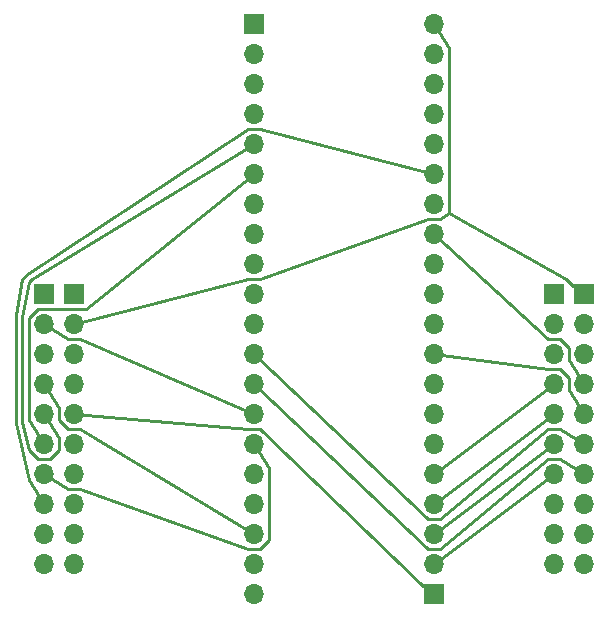
<source format=gbl>
G04 #@! TF.FileFunction,Copper,L2,Bot,Signal*
%FSLAX46Y46*%
G04 Gerber Fmt 4.6, Leading zero omitted, Abs format (unit mm)*
G04 Created by KiCad (PCBNEW 4.0.7) date 01/26/18 10:19:39*
%MOMM*%
%LPD*%
G01*
G04 APERTURE LIST*
%ADD10C,0.100000*%
%ADD11R,1.700000X1.700000*%
%ADD12O,1.700000X1.700000*%
%ADD13C,0.250000*%
G04 APERTURE END LIST*
D10*
D11*
X101600000Y-101600000D03*
D12*
X101600000Y-104140000D03*
X101600000Y-106680000D03*
X101600000Y-109220000D03*
X101600000Y-111760000D03*
X101600000Y-114300000D03*
X101600000Y-116840000D03*
X101600000Y-119380000D03*
X101600000Y-121920000D03*
X101600000Y-124460000D03*
D11*
X147320000Y-101600000D03*
D12*
X147320000Y-104140000D03*
X147320000Y-106680000D03*
X147320000Y-109220000D03*
X147320000Y-111760000D03*
X147320000Y-114300000D03*
X147320000Y-116840000D03*
X147320000Y-119380000D03*
X147320000Y-121920000D03*
X147320000Y-124460000D03*
D11*
X104140000Y-101600000D03*
D12*
X104140000Y-104140000D03*
X104140000Y-106680000D03*
X104140000Y-109220000D03*
X104140000Y-111760000D03*
X104140000Y-114300000D03*
X104140000Y-116840000D03*
X104140000Y-119380000D03*
X104140000Y-121920000D03*
X104140000Y-124460000D03*
D11*
X144780000Y-101600000D03*
D12*
X144780000Y-104140000D03*
X144780000Y-106680000D03*
X144780000Y-109220000D03*
X144780000Y-111760000D03*
X144780000Y-114300000D03*
X144780000Y-116840000D03*
X144780000Y-119380000D03*
X144780000Y-121920000D03*
X144780000Y-124460000D03*
D11*
X134620000Y-127000000D03*
D12*
X134620000Y-124460000D03*
X134620000Y-121920000D03*
X134620000Y-119380000D03*
X134620000Y-116840000D03*
X134620000Y-114300000D03*
X134620000Y-111760000D03*
X134620000Y-109220000D03*
X134620000Y-106680000D03*
X134620000Y-104140000D03*
X134620000Y-101600000D03*
X134620000Y-99060000D03*
X134620000Y-96520000D03*
X134620000Y-93980000D03*
X134620000Y-91440000D03*
X134620000Y-88900000D03*
X134620000Y-86360000D03*
X134620000Y-83820000D03*
X134620000Y-81280000D03*
X134620000Y-78740000D03*
D11*
X119380000Y-78740000D03*
D12*
X119380000Y-81280000D03*
X119380000Y-83820000D03*
X119380000Y-86360000D03*
X119380000Y-88900000D03*
X119380000Y-91440000D03*
X119380000Y-93980000D03*
X119380000Y-96520000D03*
X119380000Y-99060000D03*
X119380000Y-101600000D03*
X119380000Y-104140000D03*
X119380000Y-106680000D03*
X119380000Y-109220000D03*
X119380000Y-111760000D03*
X119380000Y-114300000D03*
X119380000Y-116840000D03*
X119380000Y-119380000D03*
X119380000Y-121920000D03*
X119380000Y-124460000D03*
X119380000Y-127000000D03*
D13*
X103612400Y-105408500D02*
X101600000Y-104140000D01*
X103616100Y-105410000D02*
X103612400Y-105408500D01*
X104663900Y-105410000D02*
X103616100Y-105410000D01*
X104667600Y-105411500D02*
X104663900Y-105410000D01*
X119380000Y-111760000D02*
X104667600Y-105411500D01*
X102868500Y-111232400D02*
X101600000Y-109220000D01*
X102870000Y-111236100D02*
X102868500Y-111232400D01*
X102870000Y-112283900D02*
X102870000Y-111236100D01*
X102871500Y-112287600D02*
X102870000Y-112283900D01*
X103612400Y-113028500D02*
X102871500Y-112287600D01*
X103616100Y-113030000D02*
X103612400Y-113028500D01*
X104663900Y-113030000D02*
X103616100Y-113030000D01*
X104667600Y-113031500D02*
X104663900Y-113030000D01*
X119380000Y-121920000D02*
X104667600Y-113031500D01*
X102868500Y-113772400D02*
X101600000Y-111760000D01*
X102870000Y-113776100D02*
X102868500Y-113772400D01*
X102870000Y-114823900D02*
X102870000Y-113776100D01*
X102868500Y-114827600D02*
X102870000Y-114823900D01*
X102127600Y-115568500D02*
X102868500Y-114827600D01*
X102123900Y-115570000D02*
X102127600Y-115568500D01*
X101076100Y-115570000D02*
X102123900Y-115570000D01*
X101072400Y-115568500D02*
X101076100Y-115570000D01*
X100331500Y-114827600D02*
X101072400Y-115568500D01*
X100330000Y-114823900D02*
X100331500Y-114827600D01*
X99774800Y-112394300D02*
X100330000Y-114823900D01*
X99774800Y-111125700D02*
X99774800Y-112394300D01*
X99774800Y-103505700D02*
X99774800Y-111125700D01*
X100324900Y-100573900D02*
X99774800Y-103505700D01*
X100573900Y-100324900D02*
X100324900Y-100573900D01*
X119380000Y-88900000D02*
X100573900Y-100324900D01*
X100327200Y-112290500D02*
X101600000Y-114300000D01*
X100324900Y-112284900D02*
X100327200Y-112290500D01*
X100324900Y-111235100D02*
X100324900Y-112284900D01*
X100324900Y-106155100D02*
X100324900Y-111235100D01*
X100330000Y-103616100D02*
X100324900Y-106155100D01*
X100331500Y-103612400D02*
X100330000Y-103616100D01*
X101072400Y-102871500D02*
X100331500Y-103612400D01*
X101076100Y-102870000D02*
X101072400Y-102871500D01*
X102123900Y-102870000D02*
X101076100Y-102870000D01*
X102148900Y-102875100D02*
X102123900Y-102870000D01*
X103238900Y-102875100D02*
X102148900Y-102875100D01*
X103591100Y-102875100D02*
X103238900Y-102875100D01*
X103616100Y-102870000D02*
X103591100Y-102875100D01*
X104663900Y-102870000D02*
X103616100Y-102870000D01*
X104688900Y-102875100D02*
X104663900Y-102870000D01*
X104813900Y-102875100D02*
X104688900Y-102875100D01*
X105166100Y-102875100D02*
X104813900Y-102875100D01*
X119380000Y-91440000D02*
X105166100Y-102875100D01*
X103612400Y-118108500D02*
X101600000Y-116840000D01*
X103616100Y-118110000D02*
X103612400Y-118108500D01*
X104663900Y-118110000D02*
X103616100Y-118110000D01*
X118856100Y-123190000D02*
X104663900Y-118110000D01*
X119903900Y-123190000D02*
X118856100Y-123190000D01*
X119907600Y-123188500D02*
X119903900Y-123190000D01*
X120648500Y-122447600D02*
X119907600Y-123188500D01*
X120650000Y-122443900D02*
X120648500Y-122447600D01*
X120655100Y-119904900D02*
X120650000Y-122443900D01*
X120655100Y-118855100D02*
X120655100Y-119904900D01*
X120655100Y-116315100D02*
X120655100Y-118855100D01*
X120652800Y-116309500D02*
X120655100Y-116315100D01*
X119380000Y-114300000D02*
X120652800Y-116309500D01*
X100327200Y-117370500D02*
X101600000Y-119380000D01*
X100324900Y-117364900D02*
X100327200Y-117370500D01*
X99224700Y-112503800D02*
X100324900Y-117364900D01*
X99224700Y-111016200D02*
X99224700Y-112503800D01*
X99224700Y-103396200D02*
X99224700Y-111016200D01*
X99774800Y-100346100D02*
X99224700Y-103396200D01*
X100346100Y-99774800D02*
X99774800Y-100346100D01*
X118852400Y-87631500D02*
X100346100Y-99774800D01*
X118856100Y-87630000D02*
X118852400Y-87631500D01*
X119903900Y-87630000D02*
X118856100Y-87630000D01*
X134620000Y-91440000D02*
X119903900Y-87630000D01*
X135895100Y-80755100D02*
X135926500Y-94687500D01*
X135892800Y-80749500D02*
X135895100Y-80755100D01*
X134620000Y-78740000D02*
X135892800Y-80749500D01*
X135147600Y-95248500D02*
X135926500Y-94687500D01*
X135143900Y-95250000D02*
X135147600Y-95248500D01*
X134096100Y-95250000D02*
X135143900Y-95250000D01*
X119903900Y-100330000D02*
X134096100Y-95250000D01*
X118856100Y-100330000D02*
X119903900Y-100330000D01*
X104140000Y-104140000D02*
X118856100Y-100330000D01*
X145806100Y-100324900D02*
X135926500Y-94687500D01*
X146418200Y-100875000D02*
X145806100Y-100324900D01*
X146470000Y-100875000D02*
X146418200Y-100875000D01*
X146595000Y-100875000D02*
X146470000Y-100875000D01*
X147320000Y-101600000D02*
X146595000Y-100875000D01*
X146051500Y-107207600D02*
X147320000Y-109220000D01*
X146050000Y-107203900D02*
X146051500Y-107207600D01*
X146050000Y-106156100D02*
X146050000Y-107203900D01*
X146048500Y-106152400D02*
X146050000Y-106156100D01*
X145307600Y-105411500D02*
X146048500Y-106152400D01*
X145303900Y-105410000D02*
X145307600Y-105411500D01*
X144256100Y-105410000D02*
X145303900Y-105410000D01*
X144252400Y-105408500D02*
X144256100Y-105410000D01*
X134620000Y-96520000D02*
X144252400Y-105408500D01*
X146051500Y-109747600D02*
X147320000Y-111760000D01*
X146050000Y-109743900D02*
X146051500Y-109747600D01*
X146050000Y-108696100D02*
X146050000Y-109743900D01*
X146048500Y-108692400D02*
X146050000Y-108696100D01*
X145307600Y-107951500D02*
X146048500Y-108692400D01*
X145303900Y-107950000D02*
X145307600Y-107951500D01*
X144256100Y-107950000D02*
X145303900Y-107950000D01*
X134620000Y-106680000D02*
X144256100Y-107950000D01*
X145307600Y-113031500D02*
X147320000Y-114300000D01*
X145303900Y-113030000D02*
X145307600Y-113031500D01*
X144256100Y-113030000D02*
X145303900Y-113030000D01*
X144252400Y-113031500D02*
X144256100Y-113030000D01*
X135147600Y-120648500D02*
X144252400Y-113031500D01*
X135143900Y-120650000D02*
X135147600Y-120648500D01*
X134096100Y-120650000D02*
X135143900Y-120650000D01*
X134092400Y-120648500D02*
X134096100Y-120650000D01*
X119380000Y-106680000D02*
X134092400Y-120648500D01*
X145307600Y-115571500D02*
X147320000Y-116840000D01*
X145303900Y-115570000D02*
X145307600Y-115571500D01*
X144256100Y-115570000D02*
X145303900Y-115570000D01*
X144252400Y-115571500D02*
X144256100Y-115570000D01*
X135147600Y-123188500D02*
X144252400Y-115571500D01*
X135143900Y-123190000D02*
X135147600Y-123188500D01*
X134096100Y-123190000D02*
X135143900Y-123190000D01*
X134092400Y-123188500D02*
X134096100Y-123190000D01*
X119380000Y-109220000D02*
X134092400Y-123188500D01*
X118856100Y-113030000D02*
X104140000Y-111760000D01*
X119903900Y-113030000D02*
X118856100Y-113030000D01*
X119907600Y-113031500D02*
X119903900Y-113030000D01*
X133718200Y-126275000D02*
X119907600Y-113031500D01*
X133770000Y-126275000D02*
X133718200Y-126275000D01*
X133895000Y-126275000D02*
X133770000Y-126275000D01*
X134620000Y-127000000D02*
X133895000Y-126275000D01*
X134620000Y-116840000D02*
X144780000Y-109220000D01*
X134620000Y-119380000D02*
X144780000Y-111760000D01*
X134620000Y-121920000D02*
X144780000Y-114300000D01*
X134620000Y-124460000D02*
X144780000Y-116840000D01*
M02*

</source>
